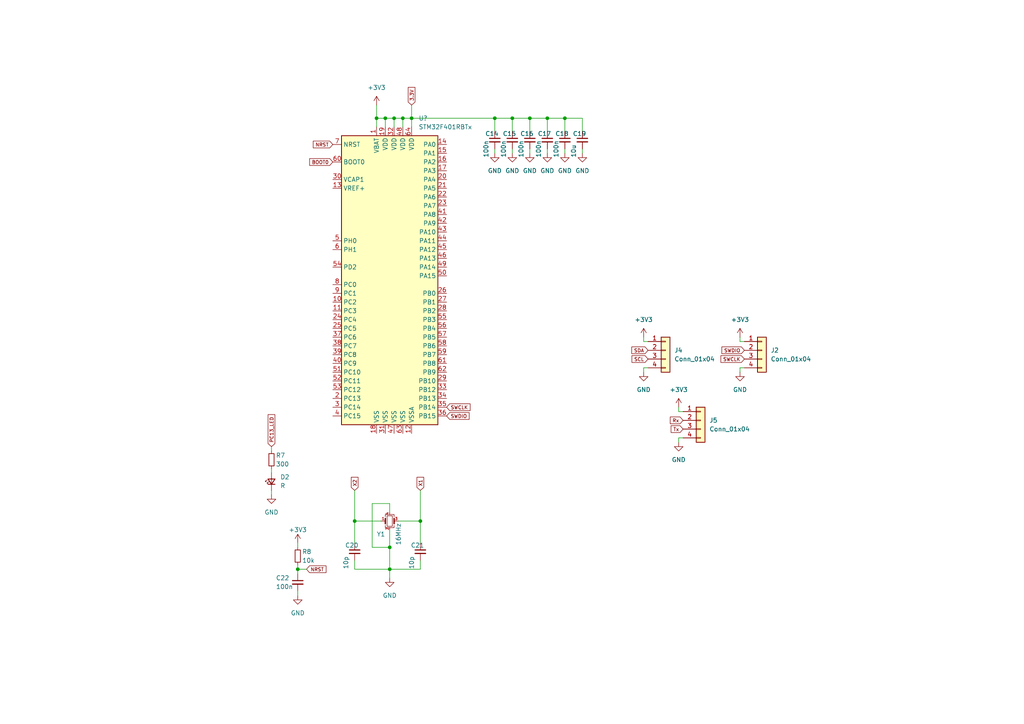
<source format=kicad_sch>
(kicad_sch (version 20211123) (generator eeschema)
  (paper "A4")
  (lib_symbols
    (symbol "Connector_Generic:Conn_01x04" (pin_names (offset 1.016) hide)
      (property "Reference" "J" (at 0 5.08 0))
      (property "Value" "Conn_01x04" (at 0 -7.62 0))
      (symbol "Conn_01x04_1_1"
        (rectangle (start -1.27 -4.953) (end 0 -5.207) (stroke (width 0.1524)))
        (rectangle (start -1.27 -2.413) (end 0 -2.667) (stroke (width 0.1524)))
        (rectangle (start -1.27 0.127) (end 0 -0.127) (stroke (width 0.1524)))
        (rectangle (start -1.27 2.667) (end 0 2.413) (stroke (width 0.1524)))
        (rectangle (start -1.27 3.81) (end 1.27 -6.35) (stroke (width 0.254)) (fill (type background)))
        (pin passive line (at -5.08 2.54 0) (length 3.81) (name "Pin_1") (number "1"))
        (pin passive line (at -5.08 0 0) (length 3.81) (name "Pin_2") (number "2"))
        (pin passive line (at -5.08 -2.54 0) (length 3.81) (name "Pin_3") (number "3"))
        (pin passive line (at -5.08 -5.08 0) (length 3.81) (name "Pin_4") (number "4"))
      )
    )
    (symbol "Device:C_Small" (pin_numbers hide) (pin_names (offset 0.254) hide)
      (property "Reference" "C" (at 0.254 1.778 0))
      (property "Value" "C_Small" (at 0.254 -2.032 0))
      (symbol "C_Small_0_1"
        (polyline (pts (xy -1.524 -0.508) (xy 1.524 -0.508)) (stroke (width 0.3302)))
        (polyline (pts (xy -1.524 0.508) (xy 1.524 0.508)) (stroke (width 0.3048)))
      )
      (symbol "C_Small_1_1"
        (pin passive line (at 0 2.54 270) (length 2.032) (name "~") (number "1"))
        (pin passive line (at 0 -2.54 90) (length 2.032) (name "~") (number "2"))
      )
    )
    (symbol "Device:Crystal_GND24_Small" (pin_names (offset 1.016) hide)
      (property "Reference" "Y" (at 1.27 4.445 0))
      (property "Value" "Crystal_GND24_Small" (at 1.27 2.54 0))
      (symbol "Crystal_GND24_Small_0_1"
        (rectangle (start -0.762 -1.524) (end 0.762 1.524))
        (polyline (pts (xy -1.27 -0.762) (xy -1.27 0.762)) (stroke (width 0.381)))
        (polyline (pts (xy 1.27 -0.762) (xy 1.27 0.762)) (stroke (width 0.381)))
        (polyline (pts (xy -1.27 -1.27) (xy -1.27 -1.905) (xy 1.27 -1.905) (xy 1.27 -1.27)))
        (polyline (pts (xy -1.27 1.27) (xy -1.27 1.905) (xy 1.27 1.905) (xy 1.27 1.27)))
      )
      (symbol "Crystal_GND24_Small_1_1"
        (pin passive line (at -2.54 0 0) (length 1.27) (name "1") (number "1"))
        (pin passive line (at 0 -2.54 90) (length 0.635) (name "2") (number "2"))
        (pin passive line (at 2.54 0 180) (length 1.27) (name "3") (number "3"))
        (pin passive line (at 0 2.54 270) (length 0.635) (name "4") (number "4"))
      )
    )
    (symbol "Device:LED_Small" (pin_numbers hide) (pin_names (offset 0.254) hide)
      (property "Reference" "D" (at -1.27 3.175 0))
      (property "Value" "LED_Small" (at -4.445 -2.54 0))
      (symbol "LED_Small_0_1"
        (polyline (pts (xy -0.762 -1.016) (xy -0.762 1.016)) (stroke (width 0.254)))
        (polyline (pts (xy 1.016 0) (xy -0.762 0)))
        (polyline (pts (xy 0.762 -1.016) (xy -0.762 0) (xy 0.762 1.016) (xy 0.762 -1.016)) (stroke (width 0.254)))
        (polyline (pts (xy 0 0.762) (xy -0.508 1.27) (xy -0.254 1.27) (xy -0.508 1.27) (xy -0.508 1.016)))
        (polyline (pts (xy 0.508 1.27) (xy 0 1.778) (xy 0.254 1.778) (xy 0 1.778) (xy 0 1.524)))
      )
      (symbol "LED_Small_1_1"
        (pin passive line (at -2.54 0 0) (length 1.778) (name "K") (number "1"))
        (pin passive line (at 2.54 0 180) (length 1.778) (name "A") (number "2"))
      )
    )
    (symbol "Device:R_Small" (pin_numbers hide) (pin_names (offset 0.254) hide)
      (property "Reference" "R" (at 0.762 0.508 0))
      (property "Value" "R_Small" (at 0.762 -1.016 0))
      (symbol "R_Small_0_1"
        (rectangle (start -0.762 1.778) (end 0.762 -1.778) (stroke (width 0.2032)))
      )
      (symbol "R_Small_1_1"
        (pin passive line (at 0 2.54 270) (length 0.762) (name "~") (number "1"))
        (pin passive line (at 0 -2.54 90) (length 0.762) (name "~") (number "2"))
      )
    )
    (symbol "MCU_ST_STM32F4:STM32F401RBTx"
      (property "Reference" "U" (at -15.24 41.91 0))
      (property "Value" "STM32F401RBTx" (at 7.62 41.91 0))
      (symbol "STM32F401RBTx_0_1"
        (rectangle (start -15.24 -43.18) (end 12.7 40.64) (stroke (width 0.254)) (fill (type background)))
      )
      (symbol "STM32F401RBTx_1_1"
        (pin power_in line (at -5.08 43.18 270) (length 2.54) (name "VBAT") (number "1"))
        (pin bidirectional line (at -17.78 -7.62 0) (length 2.54) (name "PC2") (number "10"))
        (pin bidirectional line (at -17.78 -10.16 0) (length 2.54) (name "PC3") (number "11"))
        (pin power_in line (at 5.08 -45.72 90) (length 2.54) (name "VSSA") (number "12"))
        (pin power_in line (at -17.78 25.4 0) (length 2.54) (name "VREF+") (number "13"))
        (pin bidirectional line (at 15.24 38.1 180) (length 2.54) (name "PA0") (number "14"))
        (pin bidirectional line (at 15.24 35.56 180) (length 2.54) (name "PA1") (number "15"))
        (pin bidirectional line (at 15.24 33.02 180) (length 2.54) (name "PA2") (number "16"))
        (pin bidirectional line (at 15.24 30.48 180) (length 2.54) (name "PA3") (number "17"))
        (pin power_in line (at -5.08 -45.72 90) (length 2.54) (name "VSS") (number "18"))
        (pin power_in line (at -2.54 43.18 270) (length 2.54) (name "VDD") (number "19"))
        (pin bidirectional line (at -17.78 -35.56 0) (length 2.54) (name "PC13") (number "2"))
        (pin bidirectional line (at 15.24 27.94 180) (length 2.54) (name "PA4") (number "20"))
        (pin bidirectional line (at 15.24 25.4 180) (length 2.54) (name "PA5") (number "21"))
        (pin bidirectional line (at 15.24 22.86 180) (length 2.54) (name "PA6") (number "22"))
        (pin bidirectional line (at 15.24 20.32 180) (length 2.54) (name "PA7") (number "23"))
        (pin bidirectional line (at -17.78 -12.7 0) (length 2.54) (name "PC4") (number "24"))
        (pin bidirectional line (at -17.78 -15.24 0) (length 2.54) (name "PC5") (number "25"))
        (pin bidirectional line (at 15.24 -5.08 180) (length 2.54) (name "PB0") (number "26"))
        (pin bidirectional line (at 15.24 -7.62 180) (length 2.54) (name "PB1") (number "27"))
        (pin bidirectional line (at 15.24 -10.16 180) (length 2.54) (name "PB2") (number "28"))
        (pin bidirectional line (at 15.24 -30.48 180) (length 2.54) (name "PB10") (number "29"))
        (pin bidirectional line (at -17.78 -38.1 0) (length 2.54) (name "PC14") (number "3"))
        (pin power_in line (at -17.78 27.94 0) (length 2.54) (name "VCAP1") (number "30"))
        (pin power_in line (at -2.54 -45.72 90) (length 2.54) (name "VSS") (number "31"))
        (pin power_in line (at 0 43.18 270) (length 2.54) (name "VDD") (number "32"))
        (pin bidirectional line (at 15.24 -33.02 180) (length 2.54) (name "PB12") (number "33"))
        (pin bidirectional line (at 15.24 -35.56 180) (length 2.54) (name "PB13") (number "34"))
        (pin bidirectional line (at 15.24 -38.1 180) (length 2.54) (name "PB14") (number "35"))
        (pin bidirectional line (at 15.24 -40.64 180) (length 2.54) (name "PB15") (number "36"))
        (pin bidirectional line (at -17.78 -17.78 0) (length 2.54) (name "PC6") (number "37"))
        (pin bidirectional line (at -17.78 -20.32 0) (length 2.54) (name "PC7") (number "38"))
        (pin bidirectional line (at -17.78 -22.86 0) (length 2.54) (name "PC8") (number "39"))
        (pin bidirectional line (at -17.78 -40.64 0) (length 2.54) (name "PC15") (number "4"))
        (pin bidirectional line (at -17.78 -25.4 0) (length 2.54) (name "PC9") (number "40"))
        (pin bidirectional line (at 15.24 17.78 180) (length 2.54) (name "PA8") (number "41"))
        (pin bidirectional line (at 15.24 15.24 180) (length 2.54) (name "PA9") (number "42"))
        (pin bidirectional line (at 15.24 12.7 180) (length 2.54) (name "PA10") (number "43"))
        (pin bidirectional line (at 15.24 10.16 180) (length 2.54) (name "PA11") (number "44"))
        (pin bidirectional line (at 15.24 7.62 180) (length 2.54) (name "PA12") (number "45"))
        (pin bidirectional line (at 15.24 5.08 180) (length 2.54) (name "PA13") (number "46"))
        (pin power_in line (at 0 -45.72 90) (length 2.54) (name "VSS") (number "47"))
        (pin power_in line (at 2.54 43.18 270) (length 2.54) (name "VDD") (number "48"))
        (pin bidirectional line (at 15.24 2.54 180) (length 2.54) (name "PA14") (number "49"))
        (pin input line (at -17.78 10.16 0) (length 2.54) (name "PH0") (number "5"))
        (pin bidirectional line (at 15.24 0 180) (length 2.54) (name "PA15") (number "50"))
        (pin bidirectional line (at -17.78 -27.94 0) (length 2.54) (name "PC10") (number "51"))
        (pin bidirectional line (at -17.78 -30.48 0) (length 2.54) (name "PC11") (number "52"))
        (pin bidirectional line (at -17.78 -33.02 0) (length 2.54) (name "PC12") (number "53"))
        (pin bidirectional line (at -17.78 2.54 0) (length 2.54) (name "PD2") (number "54"))
        (pin bidirectional line (at 15.24 -12.7 180) (length 2.54) (name "PB3") (number "55"))
        (pin bidirectional line (at 15.24 -15.24 180) (length 2.54) (name "PB4") (number "56"))
        (pin bidirectional line (at 15.24 -17.78 180) (length 2.54) (name "PB5") (number "57"))
        (pin bidirectional line (at 15.24 -20.32 180) (length 2.54) (name "PB6") (number "58"))
        (pin bidirectional line (at 15.24 -22.86 180) (length 2.54) (name "PB7") (number "59"))
        (pin input line (at -17.78 7.62 0) (length 2.54) (name "PH1") (number "6"))
        (pin input line (at -17.78 33.02 0) (length 2.54) (name "BOOT0") (number "60"))
        (pin bidirectional line (at 15.24 -25.4 180) (length 2.54) (name "PB8") (number "61"))
        (pin bidirectional line (at 15.24 -27.94 180) (length 2.54) (name "PB9") (number "62"))
        (pin power_in line (at 2.54 -45.72 90) (length 2.54) (name "VSS") (number "63"))
        (pin power_in line (at 5.08 43.18 270) (length 2.54) (name "VDD") (number "64"))
        (pin input line (at -17.78 38.1 0) (length 2.54) (name "NRST") (number "7"))
        (pin bidirectional line (at -17.78 -2.54 0) (length 2.54) (name "PC0") (number "8"))
        (pin bidirectional line (at -17.78 -5.08 0) (length 2.54) (name "PC1") (number "9"))
      )
    )
    (symbol "power:+3.3V" (power) (pin_names (offset 0))
      (property "Value" "+3.3V" (at 0 3.556 0))
      (symbol "+3.3V_0_1"
        (polyline (pts (xy -0.762 1.27) (xy 0 2.54)))
        (polyline (pts (xy 0 0) (xy 0 2.54)))
        (polyline (pts (xy 0 2.54) (xy 0.762 1.27)))
      )
      (symbol "+3.3V_1_1"
        (pin power_in line (at 0 0 90) (length 0) hide (name "+3V3") (number "1"))
      )
    )
    (symbol "power:GND" (power) (pin_names (offset 0))
      (property "Value" "GND" (at 0 -3.81 0))
      (symbol "GND_0_1"
        (polyline (pts (xy 0 0) (xy 0 -1.27) (xy 1.27 -1.27) (xy 0 -2.54) (xy -1.27 -1.27) (xy 0 -1.27)))
      )
      (symbol "GND_1_1"
        (pin power_in line (at 0 0 270) (length 0) hide (name "GND") (number "1"))
      )
    )
  )
  (junction (at 86.36 165.1))
  (junction (at 114.3 34.29))
  (junction (at 143.51 34.29))
  (junction (at 148.59 34.29))
  (junction (at 158.75 34.29))
  (junction (at 153.67 34.29))
  (junction (at 163.83 34.29))
  (junction (at 111.76 34.29))
  (junction (at 113.03 158.75))
  (junction (at 109.22 34.29))
  (junction (at 119.38 34.29))
  (junction (at 102.87 151.13))
  (junction (at 121.92 151.13))
  (junction (at 113.03 165.1))
  (junction (at 116.84 34.29))
  (wire (pts (xy 102.87 162.56) (xy 102.87 165.1)))
  (wire (pts (xy 86.36 166.37) (xy 86.36 165.1)))
  (wire (pts (xy 113.03 148.59) (xy 113.03 146.05)))
  (wire (pts (xy 113.03 158.75) (xy 113.03 165.1)))
  (wire (pts (xy 196.85 128.27) (xy 196.85 127)))
  (wire (pts (xy 78.74 129.54) (xy 78.74 130.81)))
  (wire (pts (xy 143.51 34.29) (xy 143.51 38.1)))
  (wire (pts (xy 107.95 146.05) (xy 113.03 146.05)))
  (wire (pts (xy 119.38 34.29) (xy 143.51 34.29)))
  (wire (pts (xy 158.75 43.18) (xy 158.75 44.45)))
  (wire (pts (xy 119.38 30.48) (xy 119.38 34.29)))
  (wire (pts (xy 163.83 34.29) (xy 168.91 34.29)))
  (wire (pts (xy 121.92 142.24) (xy 121.92 151.13)))
  (wire (pts (xy 86.36 165.1) (xy 88.9 165.1)))
  (wire (pts (xy 186.69 99.06) (xy 187.96 99.06)))
  (wire (pts (xy 143.51 43.18) (xy 143.51 44.45)))
  (wire (pts (xy 186.69 97.79) (xy 186.69 99.06)))
  (wire (pts (xy 116.84 34.29) (xy 116.84 36.83)))
  (wire (pts (xy 158.75 34.29) (xy 163.83 34.29)))
  (wire (pts (xy 215.9 106.68) (xy 214.63 106.68)))
  (wire (pts (xy 113.03 165.1) (xy 121.92 165.1)))
  (wire (pts (xy 109.22 34.29) (xy 111.76 34.29)))
  (wire (pts (xy 186.69 107.95) (xy 186.69 106.68)))
  (wire (pts (xy 116.84 34.29) (xy 119.38 34.29)))
  (wire (pts (xy 102.87 142.24) (xy 102.87 151.13)))
  (wire (pts (xy 186.69 106.68) (xy 187.96 106.68)))
  (wire (pts (xy 86.36 171.45) (xy 86.36 172.72)))
  (wire (pts (xy 196.85 127) (xy 198.12 127)))
  (wire (pts (xy 86.36 157.48) (xy 86.36 158.75)))
  (wire (pts (xy 78.74 142.24) (xy 78.74 143.51)))
  (wire (pts (xy 121.92 151.13) (xy 121.92 157.48)))
  (wire (pts (xy 102.87 151.13) (xy 102.87 157.48)))
  (wire (pts (xy 143.51 34.29) (xy 148.59 34.29)))
  (wire (pts (xy 111.76 34.29) (xy 114.3 34.29)))
  (wire (pts (xy 111.76 34.29) (xy 111.76 36.83)))
  (wire (pts (xy 196.85 118.11) (xy 196.85 119.38)))
  (wire (pts (xy 153.67 34.29) (xy 158.75 34.29)))
  (wire (pts (xy 121.92 165.1) (xy 121.92 162.56)))
  (wire (pts (xy 86.36 163.83) (xy 86.36 165.1)))
  (wire (pts (xy 115.57 151.13) (xy 121.92 151.13)))
  (wire (pts (xy 214.63 97.79) (xy 214.63 99.06)))
  (wire (pts (xy 163.83 43.18) (xy 163.83 44.45)))
  (wire (pts (xy 148.59 43.18) (xy 148.59 44.45)))
  (wire (pts (xy 107.95 158.75) (xy 113.03 158.75)))
  (wire (pts (xy 214.63 99.06) (xy 215.9 99.06)))
  (wire (pts (xy 114.3 34.29) (xy 114.3 36.83)))
  (wire (pts (xy 153.67 43.18) (xy 153.67 44.45)))
  (wire (pts (xy 109.22 30.48) (xy 109.22 34.29)))
  (wire (pts (xy 102.87 165.1) (xy 113.03 165.1)))
  (wire (pts (xy 153.67 38.1) (xy 153.67 34.29)))
  (wire (pts (xy 148.59 38.1) (xy 148.59 34.29)))
  (wire (pts (xy 168.91 38.1) (xy 168.91 34.29)))
  (wire (pts (xy 168.91 43.18) (xy 168.91 44.45)))
  (wire (pts (xy 214.63 106.68) (xy 214.63 107.95)))
  (wire (pts (xy 158.75 38.1) (xy 158.75 34.29)))
  (wire (pts (xy 109.22 34.29) (xy 109.22 36.83)))
  (wire (pts (xy 196.85 119.38) (xy 198.12 119.38)))
  (wire (pts (xy 113.03 153.67) (xy 113.03 158.75)))
  (wire (pts (xy 163.83 38.1) (xy 163.83 34.29)))
  (wire (pts (xy 113.03 167.64) (xy 113.03 165.1)))
  (wire (pts (xy 114.3 34.29) (xy 116.84 34.29)))
  (wire (pts (xy 119.38 34.29) (xy 119.38 36.83)))
  (wire (pts (xy 102.87 151.13) (xy 110.49 151.13)))
  (wire (pts (xy 107.95 146.05) (xy 107.95 158.75)))
  (wire (pts (xy 148.59 34.29) (xy 153.67 34.29)))
  (wire (pts (xy 78.74 135.89) (xy 78.74 137.16)))
  (global_label "BOOT0" (shape input) (at 96.52 46.99 180) (effects (font (size 1 1))) (property "Intersheet References" "${INTERSHEET_REFS}" (effects hide)))
  (global_label "Rx" (shape input) (at 198.12 121.92 180) (effects (font (size 1 1))) (property "Intersheet References" "${INTERSHEET_REFS}" (effects hide)))
  (global_label "X1" (shape input) (at 121.92 142.24 90) (effects (font (size 1 1))) (property "Intersheet References" "${INTERSHEET_REFS}" (effects hide)))
  (global_label "Tx" (shape input) (at 198.12 124.46 180) (effects (font (size 1 1))) (property "Intersheet References" "${INTERSHEET_REFS}" (effects hide)))
  (global_label "PC13_LED" (shape input) (at 78.74 129.54 90) (effects (font (size 1 1))) (property "Intersheet References" "${INTERSHEET_REFS}" (effects hide)))
  (global_label "X2" (shape input) (at 102.87 142.24 90) (effects (font (size 1 1))) (property "Intersheet References" "${INTERSHEET_REFS}" (effects hide)))
  (global_label "SDA" (shape input) (at 187.96 101.6 180) (effects (font (size 1 1))) (property "Intersheet References" "${INTERSHEET_REFS}" (effects hide)))
  (global_label "3.3V" (shape input) (at 119.38 30.48 90) (effects (font (size 1 1))) (property "Intersheet References" "${INTERSHEET_REFS}" (effects hide)))
  (global_label "NRST" (shape input) (at 88.9 165.1 0) (effects (font (size 1 1))) (property "Intersheet References" "${INTERSHEET_REFS}" (effects hide)))
  (global_label "SWDIO" (shape input) (at 129.54 120.65 0) (effects (font (size 1 1))) (property "Intersheet References" "${INTERSHEET_REFS}" (effects hide)))
  (global_label "SWCLK" (shape input) (at 215.9 104.14 180) (effects (font (size 1 1))) (property "Intersheet References" "${INTERSHEET_REFS}" (effects hide)))
  (global_label "SWDIO" (shape input) (at 215.9 101.6 180) (effects (font (size 1 1))) (property "Intersheet References" "${INTERSHEET_REFS}" (effects hide)))
  (global_label "SCL" (shape input) (at 187.96 104.14 180) (effects (font (size 1 1))) (property "Intersheet References" "${INTERSHEET_REFS}" (effects hide)))
  (global_label "SWCLK" (shape input) (at 129.54 118.11 0) (effects (font (size 1 1))) (property "Intersheet References" "${INTERSHEET_REFS}" (effects hide)))
  (global_label "NRST" (shape input) (at 96.52 41.91 180) (effects (font (size 1 1))) (property "Intersheet References" "${INTERSHEET_REFS}" (effects hide)))
  (symbol (lib_id "Device:C_Small") (at 121.92 160.02 0) (unit 1)
    (property "Reference" "C21" (at 119.132 158.1618 0) (effects (justify left)))
    (property "Value" "10p" (at 119.38 165.1 90) (effects (justify left)))
    (property "Footprint" "Capacitor_SMD:C_0603_1608Metric_Pad1.08x0.95mm_HandSolder" (effects hide))
  )
  (symbol (lib_id "power:GND") (at 153.67 44.45 0) (unit 1)
    (property "Reference" "#PWR0134" (effects hide))
    (property "Value" "GND" (at 153.67 49.53 0))
  )
  (symbol (lib_id "Device:Crystal_GND24_Small") (at 113.03 151.13 0) (unit 1)
    (property "Reference" "Y1" (at 110.49 154.94 0))
    (property "Value" "16MHz" (at 115.57 154.94 90))
    (property "Footprint" "Crystal:Crystal_SMD_2520-4Pin_2.5x2.0mm" (effects hide))
  )
  (symbol (lib_id "power:GND") (at 214.63 107.95 0) (unit 1)
    (property "Reference" "#PWR0145" (effects hide))
    (property "Value" "GND" (at 214.63 113.03 0))
  )
  (symbol (lib_id "Device:C_Small") (at 102.87 160.02 0) (unit 1)
    (property "Reference" "C20" (at 100.082 158.1618 0) (effects (justify left)))
    (property "Value" "10p" (at 100.33 165.1 90) (effects (justify left)))
    (property "Footprint" "Capacitor_SMD:C_0603_1608Metric_Pad1.08x0.95mm_HandSolder" (effects hide))
  )
  (symbol (lib_id "Device:C_Small") (at 86.36 168.91 0) (unit 1)
    (property "Reference" "C22" (at 80.01 167.64 0) (effects (justify left)))
    (property "Value" "100n" (at 80.01 170.18 0) (effects (justify left)))
    (property "Footprint" "Capacitor_SMD:C_0603_1608Metric_Pad1.08x0.95mm_HandSolder" (effects hide))
  )
  (symbol (lib_id "Device:LED_Small") (at 78.74 139.7 90) (unit 1)
    (property "Reference" "D2" (at 81.28 138.3664 90) (effects (justify right)))
    (property "Value" "R" (at 81.28 140.9064 90) (effects (justify right)))
    (property "Footprint" "LED_SMD:LED_0603_1608Metric_Pad1.05x0.95mm_HandSolder" (effects hide))
  )
  (symbol (lib_id "power:+3.3V") (at 86.36 157.48 0) (unit 1)
    (property "Reference" "#PWR0143" (effects hide))
    (property "Value" "+3.3V" (at 86.36 153.67 0))
  )
  (symbol (lib_id "Device:C_Small") (at 163.83 40.64 0) (unit 1)
    (property "Reference" "C18" (at 161.042 38.7818 0) (effects (justify left)))
    (property "Value" "100n" (at 161.29 45.72 90) (effects (justify left)))
    (property "Footprint" "Capacitor_SMD:C_0603_1608Metric_Pad1.08x0.95mm_HandSolder" (effects hide))
  )
  (symbol (lib_id "Device:C_Small") (at 153.67 40.64 0) (unit 1)
    (property "Reference" "C16" (at 150.882 38.7818 0) (effects (justify left)))
    (property "Value" "100n" (at 151.13 45.72 90) (effects (justify left)))
    (property "Footprint" "Capacitor_SMD:C_0603_1608Metric_Pad1.08x0.95mm_HandSolder" (effects hide))
  )
  (symbol (lib_id "Device:R_Small") (at 86.36 161.29 0) (unit 1)
    (property "Reference" "R8" (at 87.63 160.02 0) (effects (justify left)))
    (property "Value" "10k" (at 87.63 162.56 0) (effects (justify left)))
    (property "Footprint" "Resistor_SMD:R_0603_1608Metric_Pad0.98x0.95mm_HandSolder" (effects hide))
  )
  (symbol (lib_id "power:GND") (at 186.69 107.95 0) (unit 1)
    (property "Reference" "#PWR0109" (effects hide))
    (property "Value" "GND" (at 186.69 113.03 0))
  )
  (symbol (lib_id "Connector_Generic:Conn_01x04") (at 193.04 101.6 0) (unit 1)
    (property "Reference" "J4" (at 195.58 101.5999 0) (effects (justify left)))
    (property "Value" "Conn_01x04" (at 195.58 104.1399 0) (effects (justify left)))
    (property "Footprint" "Connector_PinHeader_2.54mm:PinHeader_1x04_P2.54mm_Vertical" (effects hide))
  )
  (symbol (lib_id "power:+3.3V") (at 109.22 30.48 0) (unit 1)
    (property "Reference" "#PWR?" (effects hide))
    (property "Value" "+3.3V" (at 109.22 25.4 0))
  )
  (symbol (lib_id "Device:C_Small") (at 143.51 40.64 0) (unit 1)
    (property "Reference" "C14" (at 140.722 38.7818 0) (effects (justify left)))
    (property "Value" "100n" (at 140.97 45.72 90) (effects (justify left)))
    (property "Footprint" "Capacitor_SMD:C_0603_1608Metric_Pad1.08x0.95mm_HandSolder" (effects hide))
  )
  (symbol (lib_id "power:GND") (at 168.91 44.45 0) (unit 1)
    (property "Reference" "#PWR0140" (effects hide))
    (property "Value" "GND" (at 168.91 49.53 0))
  )
  (symbol (lib_id "power:GND") (at 143.51 44.45 0) (unit 1)
    (property "Reference" "#PWR0138" (effects hide))
    (property "Value" "GND" (at 143.51 49.53 0))
  )
  (symbol (lib_id "power:+3.3V") (at 214.63 97.79 0) (unit 1)
    (property "Reference" "#PWR?" (effects hide))
    (property "Value" "+3.3V" (at 214.63 92.71 0))
  )
  (symbol (lib_id "Device:C_Small") (at 158.75 40.64 0) (unit 1)
    (property "Reference" "C17" (at 155.962 38.7818 0) (effects (justify left)))
    (property "Value" "100n" (at 156.21 45.72 90) (effects (justify left)))
    (property "Footprint" "Capacitor_SMD:C_0603_1608Metric_Pad1.08x0.95mm_HandSolder" (effects hide))
  )
  (symbol (lib_id "Device:R_Small") (at 78.74 133.35 0) (unit 1)
    (property "Reference" "R7" (at 80.01 132.08 0) (effects (justify left)))
    (property "Value" "300" (at 80.01 134.62 0) (effects (justify left)))
    (property "Footprint" "Resistor_SMD:R_0603_1608Metric_Pad0.98x0.95mm_HandSolder" (effects hide))
  )
  (symbol (lib_id "power:GND") (at 113.03 167.64 0) (unit 1)
    (property "Reference" "#PWR0144" (effects hide))
    (property "Value" "GND" (at 113.03 172.72 0))
  )
  (symbol (lib_id "power:GND") (at 163.83 44.45 0) (unit 1)
    (property "Reference" "#PWR0139" (effects hide))
    (property "Value" "GND" (at 163.83 49.53 0))
  )
  (symbol (lib_id "power:GND") (at 148.59 44.45 0) (unit 1)
    (property "Reference" "#PWR0137" (effects hide))
    (property "Value" "GND" (at 148.59 49.53 0))
  )
  (symbol (lib_id "Device:C_Small") (at 148.59 40.64 0) (unit 1)
    (property "Reference" "C15" (at 145.802 38.7818 0) (effects (justify left)))
    (property "Value" "100n" (at 146.05 45.72 90) (effects (justify left)))
    (property "Footprint" "Capacitor_SMD:C_0603_1608Metric_Pad1.08x0.95mm_HandSolder" (effects hide))
  )
  (symbol (lib_id "power:+3.3V") (at 186.69 97.79 0) (unit 1)
    (property "Reference" "#PWR?" (effects hide))
    (property "Value" "+3.3V" (at 186.69 92.71 0))
  )
  (symbol (lib_id "power:GND") (at 86.36 172.72 0) (unit 1)
    (property "Reference" "#PWR0146" (effects hide))
    (property "Value" "GND" (at 86.36 177.8 0))
  )
  (symbol (lib_id "power:GND") (at 196.85 128.27 0) (unit 1)
    (property "Reference" "#PWR0113" (effects hide))
    (property "Value" "GND" (at 196.85 133.35 0))
  )
  (symbol (lib_id "Device:C_Small") (at 168.91 40.64 0) (unit 1)
    (property "Reference" "C19" (at 166.122 38.7818 0) (effects (justify left)))
    (property "Value" "10u" (at 166.37 45.72 90) (effects (justify left)))
    (property "Footprint" "Capacitor_SMD:C_0603_1608Metric_Pad1.08x0.95mm_HandSolder" (effects hide))
  )
  (symbol (lib_id "power:GND") (at 158.75 44.45 0) (unit 1)
    (property "Reference" "#PWR0135" (effects hide))
    (property "Value" "GND" (at 158.75 49.53 0))
  )
  (symbol (lib_id "Connector_Generic:Conn_01x04") (at 203.2 121.92 0) (unit 1)
    (property "Reference" "J5" (at 205.74 121.9199 0) (effects (justify left)))
    (property "Value" "Conn_01x04" (at 205.74 124.4599 0) (effects (justify left)))
    (property "Footprint" "Connector_PinHeader_2.54mm:PinHeader_1x04_P2.54mm_Vertical" (effects hide))
  )
  (symbol (lib_id "Connector_Generic:Conn_01x04") (at 220.98 101.6 0) (unit 1)
    (property "Reference" "J2" (at 223.52 101.5999 0) (effects (justify left)))
    (property "Value" "Conn_01x04" (at 223.52 104.1399 0) (effects (justify left)))
    (property "Footprint" "Connector_PinHeader_2.54mm:PinHeader_1x04_P2.54mm_Vertical" (effects hide))
  )
  (symbol (lib_id "MCU_ST_STM32F4:STM32F401RBTx") (at 114.3 80.01 0) (unit 1)
    (property "Reference" "U?" (at 121.3994 34.29 0) (effects (justify left)))
    (property "Value" "STM32F401RBTx" (at 121.3994 36.83 0) (effects (justify left)))
    (property "Footprint" "Package_QFP:LQFP-64_10x10mm_P0.5mm" (effects hide))
    (property "Datasheet" "http://www.st.com/st-web-ui/static/active/en/resource/technical/document/datasheet/DM00086815.pdf" (effects hide))
  )
  (symbol (lib_id "power:+3.3V") (at 196.85 118.11 0) (unit 1)
    (property "Reference" "#PWR?" (effects hide))
    (property "Value" "+3.3V" (at 196.85 113.03 0))
  )
  (symbol (lib_id "power:GND") (at 78.74 143.51 0) (unit 1)
    (property "Reference" "#PWR0142" (effects hide))
    (property "Value" "GND" (at 78.74 148.59 0))
  )
)
</source>
